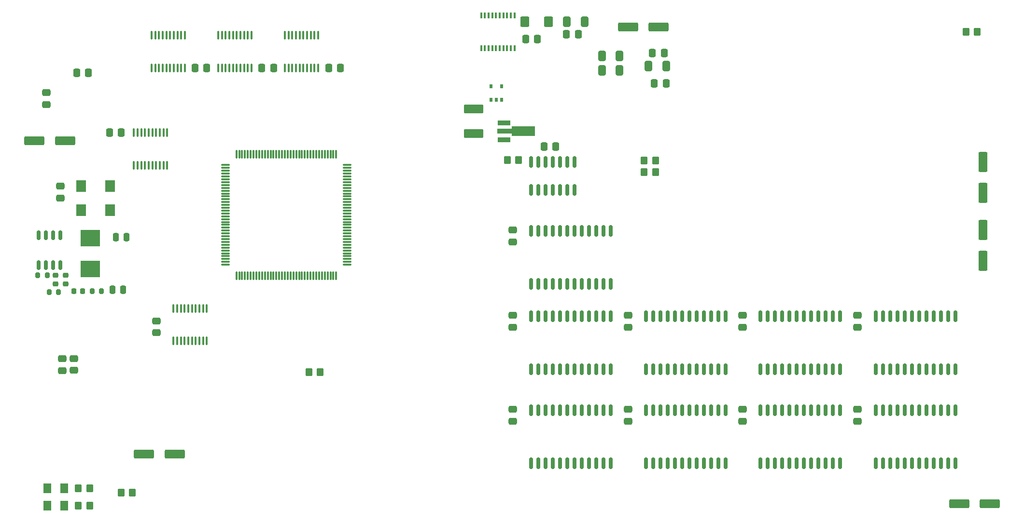
<source format=gbr>
%TF.GenerationSoftware,KiCad,Pcbnew,7.0.6-0*%
%TF.CreationDate,2024-10-04T12:35:45+02:00*%
%TF.ProjectId,Z3660_v022,5a333636-305f-4763-9032-322e6b696361,v0.22*%
%TF.SameCoordinates,Original*%
%TF.FileFunction,Paste,Top*%
%TF.FilePolarity,Positive*%
%FSLAX46Y46*%
G04 Gerber Fmt 4.6, Leading zero omitted, Abs format (unit mm)*
G04 Created by KiCad (PCBNEW 7.0.6-0) date 2024-10-04 12:35:45*
%MOMM*%
%LPD*%
G01*
G04 APERTURE LIST*
G04 Aperture macros list*
%AMRoundRect*
0 Rectangle with rounded corners*
0 $1 Rounding radius*
0 $2 $3 $4 $5 $6 $7 $8 $9 X,Y pos of 4 corners*
0 Add a 4 corners polygon primitive as box body*
4,1,4,$2,$3,$4,$5,$6,$7,$8,$9,$2,$3,0*
0 Add four circle primitives for the rounded corners*
1,1,$1+$1,$2,$3*
1,1,$1+$1,$4,$5*
1,1,$1+$1,$6,$7*
1,1,$1+$1,$8,$9*
0 Add four rect primitives between the rounded corners*
20,1,$1+$1,$2,$3,$4,$5,0*
20,1,$1+$1,$4,$5,$6,$7,0*
20,1,$1+$1,$6,$7,$8,$9,0*
20,1,$1+$1,$8,$9,$2,$3,0*%
%AMFreePoly0*
4,1,9,5.362500,-0.866500,1.237500,-0.866500,1.237500,-0.450000,-1.237500,-0.450000,-1.237500,0.450000,1.237500,0.450000,1.237500,0.866500,5.362500,0.866500,5.362500,-0.866500,5.362500,-0.866500,$1*%
G04 Aperture macros list end*
%ADD10RoundRect,0.150000X0.150000X-0.825000X0.150000X0.825000X-0.150000X0.825000X-0.150000X-0.825000X0*%
%ADD11RoundRect,0.075000X0.662500X0.075000X-0.662500X0.075000X-0.662500X-0.075000X0.662500X-0.075000X0*%
%ADD12RoundRect,0.075000X0.075000X0.662500X-0.075000X0.662500X-0.075000X-0.662500X0.075000X-0.662500X0*%
%ADD13RoundRect,0.250000X-1.500000X-0.550000X1.500000X-0.550000X1.500000X0.550000X-1.500000X0.550000X0*%
%ADD14RoundRect,0.250000X0.550000X-1.500000X0.550000X1.500000X-0.550000X1.500000X-0.550000X-1.500000X0*%
%ADD15RoundRect,0.250000X0.475000X-0.337500X0.475000X0.337500X-0.475000X0.337500X-0.475000X-0.337500X0*%
%ADD16RoundRect,0.250000X-0.475000X0.337500X-0.475000X-0.337500X0.475000X-0.337500X0.475000X0.337500X0*%
%ADD17RoundRect,0.250000X-1.450000X0.537500X-1.450000X-0.537500X1.450000X-0.537500X1.450000X0.537500X0*%
%ADD18R,2.300000X0.900000*%
%ADD19FreePoly0,0.000000*%
%ADD20RoundRect,0.250000X-0.337500X-0.475000X0.337500X-0.475000X0.337500X0.475000X-0.337500X0.475000X0*%
%ADD21RoundRect,0.250000X-0.350000X-0.450000X0.350000X-0.450000X0.350000X0.450000X-0.350000X0.450000X0*%
%ADD22RoundRect,0.150000X0.150000X-0.875000X0.150000X0.875000X-0.150000X0.875000X-0.150000X-0.875000X0*%
%ADD23R,1.800000X2.000000*%
%ADD24RoundRect,0.250000X0.337500X0.475000X-0.337500X0.475000X-0.337500X-0.475000X0.337500X-0.475000X0*%
%ADD25RoundRect,0.250000X-0.550000X1.500000X-0.550000X-1.500000X0.550000X-1.500000X0.550000X1.500000X0*%
%ADD26RoundRect,0.250000X0.412500X0.650000X-0.412500X0.650000X-0.412500X-0.650000X0.412500X-0.650000X0*%
%ADD27RoundRect,0.250000X-0.412500X-0.650000X0.412500X-0.650000X0.412500X0.650000X-0.412500X0.650000X0*%
%ADD28RoundRect,0.250001X0.462499X0.624999X-0.462499X0.624999X-0.462499X-0.624999X0.462499X-0.624999X0*%
%ADD29RoundRect,0.249998X-0.537502X-0.650002X0.537502X-0.650002X0.537502X0.650002X-0.537502X0.650002X0*%
%ADD30RoundRect,0.200000X-0.200000X-0.275000X0.200000X-0.275000X0.200000X0.275000X-0.200000X0.275000X0*%
%ADD31RoundRect,0.100000X0.100000X-0.637500X0.100000X0.637500X-0.100000X0.637500X-0.100000X-0.637500X0*%
%ADD32RoundRect,0.100000X-0.100000X0.637500X-0.100000X-0.637500X0.100000X-0.637500X0.100000X0.637500X0*%
%ADD33RoundRect,0.200000X0.200000X0.275000X-0.200000X0.275000X-0.200000X-0.275000X0.200000X-0.275000X0*%
%ADD34RoundRect,0.225000X0.250000X-0.225000X0.250000X0.225000X-0.250000X0.225000X-0.250000X-0.225000X0*%
%ADD35RoundRect,0.250000X0.350000X0.450000X-0.350000X0.450000X-0.350000X-0.450000X0.350000X-0.450000X0*%
%ADD36RoundRect,0.250000X0.250000X0.475000X-0.250000X0.475000X-0.250000X-0.475000X0.250000X-0.475000X0*%
%ADD37RoundRect,0.250000X-0.250000X-0.475000X0.250000X-0.475000X0.250000X0.475000X-0.250000X0.475000X0*%
%ADD38R,0.400000X1.000000*%
%ADD39R,0.510000X0.700000*%
%ADD40RoundRect,0.150000X-0.150000X0.662500X-0.150000X-0.662500X0.150000X-0.662500X0.150000X0.662500X0*%
%ADD41R,3.500000X2.950000*%
%ADD42RoundRect,0.225000X-0.225000X-0.250000X0.225000X-0.250000X0.225000X0.250000X-0.225000X0.250000X0*%
G04 APERTURE END LIST*
D10*
%TO.C,U5*%
X169774000Y-61927000D03*
X171044000Y-61927000D03*
X172314000Y-61927000D03*
X173584000Y-61927000D03*
X174854000Y-61927000D03*
X176124000Y-61927000D03*
X177394000Y-61927000D03*
X177394000Y-56977000D03*
X176124000Y-56977000D03*
X174854000Y-56977000D03*
X173584000Y-56977000D03*
X172314000Y-56977000D03*
X171044000Y-56977000D03*
X169774000Y-56977000D03*
%TD*%
D11*
%TO.C,U2*%
X137535500Y-75044000D03*
X137535500Y-74544000D03*
X137535500Y-74044000D03*
X137535500Y-73544000D03*
X137535500Y-73044000D03*
X137535500Y-72544000D03*
X137535500Y-72044000D03*
X137535500Y-71544000D03*
X137535500Y-71044000D03*
X137535500Y-70544000D03*
X137535500Y-70044000D03*
X137535500Y-69544000D03*
X137535500Y-69044000D03*
X137535500Y-68544000D03*
X137535500Y-68044000D03*
X137535500Y-67544000D03*
X137535500Y-67044000D03*
X137535500Y-66544000D03*
X137535500Y-66044000D03*
X137535500Y-65544000D03*
X137535500Y-65044000D03*
X137535500Y-64544000D03*
X137535500Y-64044000D03*
X137535500Y-63544000D03*
X137535500Y-63044000D03*
X137535500Y-62544000D03*
X137535500Y-62044000D03*
X137535500Y-61544000D03*
X137535500Y-61044000D03*
X137535500Y-60544000D03*
X137535500Y-60044000D03*
X137535500Y-59544000D03*
X137535500Y-59044000D03*
X137535500Y-58544000D03*
X137535500Y-58044000D03*
X137535500Y-57544000D03*
D12*
X135623000Y-55631500D03*
X135123000Y-55631500D03*
X134623000Y-55631500D03*
X134123000Y-55631500D03*
X133623000Y-55631500D03*
X133123000Y-55631500D03*
X132623000Y-55631500D03*
X132123000Y-55631500D03*
X131623000Y-55631500D03*
X131123000Y-55631500D03*
X130623000Y-55631500D03*
X130123000Y-55631500D03*
X129623000Y-55631500D03*
X129123000Y-55631500D03*
X128623000Y-55631500D03*
X128123000Y-55631500D03*
X127623000Y-55631500D03*
X127123000Y-55631500D03*
X126623000Y-55631500D03*
X126123000Y-55631500D03*
X125623000Y-55631500D03*
X125123000Y-55631500D03*
X124623000Y-55631500D03*
X124123000Y-55631500D03*
X123623000Y-55631500D03*
X123123000Y-55631500D03*
X122623000Y-55631500D03*
X122123000Y-55631500D03*
X121623000Y-55631500D03*
X121123000Y-55631500D03*
X120623000Y-55631500D03*
X120123000Y-55631500D03*
X119623000Y-55631500D03*
X119123000Y-55631500D03*
X118623000Y-55631500D03*
X118123000Y-55631500D03*
D11*
X116210500Y-57544000D03*
X116210500Y-58044000D03*
X116210500Y-58544000D03*
X116210500Y-59044000D03*
X116210500Y-59544000D03*
X116210500Y-60044000D03*
X116210500Y-60544000D03*
X116210500Y-61044000D03*
X116210500Y-61544000D03*
X116210500Y-62044000D03*
X116210500Y-62544000D03*
X116210500Y-63044000D03*
X116210500Y-63544000D03*
X116210500Y-64044000D03*
X116210500Y-64544000D03*
X116210500Y-65044000D03*
X116210500Y-65544000D03*
X116210500Y-66044000D03*
X116210500Y-66544000D03*
X116210500Y-67044000D03*
X116210500Y-67544000D03*
X116210500Y-68044000D03*
X116210500Y-68544000D03*
X116210500Y-69044000D03*
X116210500Y-69544000D03*
X116210500Y-70044000D03*
X116210500Y-70544000D03*
X116210500Y-71044000D03*
X116210500Y-71544000D03*
X116210500Y-72044000D03*
X116210500Y-72544000D03*
X116210500Y-73044000D03*
X116210500Y-73544000D03*
X116210500Y-74044000D03*
X116210500Y-74544000D03*
X116210500Y-75044000D03*
D12*
X118123000Y-76956500D03*
X118623000Y-76956500D03*
X119123000Y-76956500D03*
X119623000Y-76956500D03*
X120123000Y-76956500D03*
X120623000Y-76956500D03*
X121123000Y-76956500D03*
X121623000Y-76956500D03*
X122123000Y-76956500D03*
X122623000Y-76956500D03*
X123123000Y-76956500D03*
X123623000Y-76956500D03*
X124123000Y-76956500D03*
X124623000Y-76956500D03*
X125123000Y-76956500D03*
X125623000Y-76956500D03*
X126123000Y-76956500D03*
X126623000Y-76956500D03*
X127123000Y-76956500D03*
X127623000Y-76956500D03*
X128123000Y-76956500D03*
X128623000Y-76956500D03*
X129123000Y-76956500D03*
X129623000Y-76956500D03*
X130123000Y-76956500D03*
X130623000Y-76956500D03*
X131123000Y-76956500D03*
X131623000Y-76956500D03*
X132123000Y-76956500D03*
X132623000Y-76956500D03*
X133123000Y-76956500D03*
X133623000Y-76956500D03*
X134123000Y-76956500D03*
X134623000Y-76956500D03*
X135123000Y-76956500D03*
X135623000Y-76956500D03*
%TD*%
D13*
%TO.C,C26*%
X101927700Y-108305600D03*
X107327700Y-108305600D03*
%TD*%
%TO.C,C27*%
X82694800Y-53238398D03*
X88094800Y-53238398D03*
%TD*%
%TO.C,C62*%
X186784000Y-33300000D03*
X192184000Y-33300000D03*
%TD*%
%TO.C,C28*%
X244873800Y-117017800D03*
X250273800Y-117017800D03*
%TD*%
D14*
%TO.C,C61*%
X249047000Y-74328000D03*
X249047000Y-68928000D03*
%TD*%
D15*
%TO.C,C25*%
X87274400Y-63318300D03*
X87274400Y-61243300D03*
%TD*%
D16*
%TO.C,C37*%
X206883000Y-100435500D03*
X206883000Y-102510500D03*
%TD*%
D17*
%TO.C,C400A1*%
X159766000Y-47697300D03*
X159766000Y-51972300D03*
%TD*%
D18*
%TO.C,U1A1*%
X165083600Y-50112800D03*
D19*
X165171100Y-51612800D03*
D18*
X165083600Y-53112800D03*
%TD*%
D20*
%TO.C,C24*%
X172063500Y-54245000D03*
X174138500Y-54245000D03*
%TD*%
D16*
%TO.C,C29*%
X166624000Y-68939500D03*
X166624000Y-71014500D03*
%TD*%
%TO.C,C30*%
X166624000Y-83925500D03*
X166624000Y-86000500D03*
%TD*%
%TO.C,C31*%
X206883000Y-83925500D03*
X206883000Y-86000500D03*
%TD*%
%TO.C,C32*%
X166624000Y-100435500D03*
X166624000Y-102510500D03*
%TD*%
%TO.C,C34*%
X227076000Y-83925500D03*
X227076000Y-86000500D03*
%TD*%
%TO.C,C35*%
X186817000Y-83925500D03*
X186817000Y-86000500D03*
%TD*%
%TO.C,C36*%
X186817000Y-100435500D03*
X186817000Y-102510500D03*
%TD*%
D21*
%TO.C,R9*%
X191627000Y-58801000D03*
X189627000Y-58801000D03*
%TD*%
%TO.C,R10*%
X191611000Y-56769000D03*
X189611000Y-56769000D03*
%TD*%
D22*
%TO.C,U12*%
X189992000Y-93423000D03*
X191262000Y-93423000D03*
X192532000Y-93423000D03*
X193802000Y-93423000D03*
X195072000Y-93423000D03*
X196342000Y-93423000D03*
X197612000Y-93423000D03*
X198882000Y-93423000D03*
X200152000Y-93423000D03*
X201422000Y-93423000D03*
X202692000Y-93423000D03*
X203962000Y-93423000D03*
X203962000Y-84123000D03*
X202692000Y-84123000D03*
X201422000Y-84123000D03*
X200152000Y-84123000D03*
X198882000Y-84123000D03*
X197612000Y-84123000D03*
X196342000Y-84123000D03*
X195072000Y-84123000D03*
X193802000Y-84123000D03*
X192532000Y-84123000D03*
X191262000Y-84123000D03*
X189992000Y-84123000D03*
%TD*%
%TO.C,U7*%
X169799000Y-93423000D03*
X171069000Y-93423000D03*
X172339000Y-93423000D03*
X173609000Y-93423000D03*
X174879000Y-93423000D03*
X176149000Y-93423000D03*
X177419000Y-93423000D03*
X178689000Y-93423000D03*
X179959000Y-93423000D03*
X181229000Y-93423000D03*
X182499000Y-93423000D03*
X183769000Y-93423000D03*
X183769000Y-84123000D03*
X182499000Y-84123000D03*
X181229000Y-84123000D03*
X179959000Y-84123000D03*
X178689000Y-84123000D03*
X177419000Y-84123000D03*
X176149000Y-84123000D03*
X174879000Y-84123000D03*
X173609000Y-84123000D03*
X172339000Y-84123000D03*
X171069000Y-84123000D03*
X169799000Y-84123000D03*
%TD*%
%TO.C,U8*%
X210058000Y-93423000D03*
X211328000Y-93423000D03*
X212598000Y-93423000D03*
X213868000Y-93423000D03*
X215138000Y-93423000D03*
X216408000Y-93423000D03*
X217678000Y-93423000D03*
X218948000Y-93423000D03*
X220218000Y-93423000D03*
X221488000Y-93423000D03*
X222758000Y-93423000D03*
X224028000Y-93423000D03*
X224028000Y-84123000D03*
X222758000Y-84123000D03*
X221488000Y-84123000D03*
X220218000Y-84123000D03*
X218948000Y-84123000D03*
X217678000Y-84123000D03*
X216408000Y-84123000D03*
X215138000Y-84123000D03*
X213868000Y-84123000D03*
X212598000Y-84123000D03*
X211328000Y-84123000D03*
X210058000Y-84123000D03*
%TD*%
%TO.C,U11*%
X230251000Y-93423000D03*
X231521000Y-93423000D03*
X232791000Y-93423000D03*
X234061000Y-93423000D03*
X235331000Y-93423000D03*
X236601000Y-93423000D03*
X237871000Y-93423000D03*
X239141000Y-93423000D03*
X240411000Y-93423000D03*
X241681000Y-93423000D03*
X242951000Y-93423000D03*
X244221000Y-93423000D03*
X244221000Y-84123000D03*
X242951000Y-84123000D03*
X241681000Y-84123000D03*
X240411000Y-84123000D03*
X239141000Y-84123000D03*
X237871000Y-84123000D03*
X236601000Y-84123000D03*
X235331000Y-84123000D03*
X234061000Y-84123000D03*
X232791000Y-84123000D03*
X231521000Y-84123000D03*
X230251000Y-84123000D03*
%TD*%
D16*
%TO.C,C33*%
X227076000Y-100435500D03*
X227076000Y-102510500D03*
%TD*%
D23*
%TO.C,X1*%
X96012000Y-61247600D03*
X90932000Y-61247600D03*
X90932000Y-65447600D03*
X96012000Y-65447600D03*
%TD*%
D24*
%TO.C,C38*%
X178075500Y-34594800D03*
X176000500Y-34594800D03*
%TD*%
D25*
%TO.C,C41*%
X249047000Y-56990000D03*
X249047000Y-62390000D03*
%TD*%
D26*
%TO.C,C39*%
X179197000Y-32359600D03*
X176072000Y-32359600D03*
%TD*%
D27*
%TO.C,C40*%
X190359500Y-40132000D03*
X193484500Y-40132000D03*
%TD*%
D26*
%TO.C,C42*%
X185331500Y-38354000D03*
X182206500Y-38354000D03*
%TD*%
%TO.C,C43*%
X185331500Y-40894000D03*
X182206500Y-40894000D03*
%TD*%
D20*
%TO.C,C50*%
X191409500Y-43180000D03*
X193484500Y-43180000D03*
%TD*%
%TO.C,C51*%
X191062500Y-37900000D03*
X193137500Y-37900000D03*
%TD*%
D16*
%TO.C,C53*%
X84836000Y-44809500D03*
X84836000Y-46884500D03*
%TD*%
D15*
%TO.C,C55*%
X87613000Y-93620500D03*
X87613000Y-91545500D03*
%TD*%
%TO.C,C54*%
X89645000Y-93599000D03*
X89645000Y-91524000D03*
%TD*%
D22*
%TO.C,U6*%
X169799000Y-78437000D03*
X171069000Y-78437000D03*
X172339000Y-78437000D03*
X173609000Y-78437000D03*
X174879000Y-78437000D03*
X176149000Y-78437000D03*
X177419000Y-78437000D03*
X178689000Y-78437000D03*
X179959000Y-78437000D03*
X181229000Y-78437000D03*
X182499000Y-78437000D03*
X183769000Y-78437000D03*
X183769000Y-69137000D03*
X182499000Y-69137000D03*
X181229000Y-69137000D03*
X179959000Y-69137000D03*
X178689000Y-69137000D03*
X177419000Y-69137000D03*
X176149000Y-69137000D03*
X174879000Y-69137000D03*
X173609000Y-69137000D03*
X172339000Y-69137000D03*
X171069000Y-69137000D03*
X169799000Y-69137000D03*
%TD*%
%TO.C,U10*%
X230251000Y-109933000D03*
X231521000Y-109933000D03*
X232791000Y-109933000D03*
X234061000Y-109933000D03*
X235331000Y-109933000D03*
X236601000Y-109933000D03*
X237871000Y-109933000D03*
X239141000Y-109933000D03*
X240411000Y-109933000D03*
X241681000Y-109933000D03*
X242951000Y-109933000D03*
X244221000Y-109933000D03*
X244221000Y-100633000D03*
X242951000Y-100633000D03*
X241681000Y-100633000D03*
X240411000Y-100633000D03*
X239141000Y-100633000D03*
X237871000Y-100633000D03*
X236601000Y-100633000D03*
X235331000Y-100633000D03*
X234061000Y-100633000D03*
X232791000Y-100633000D03*
X231521000Y-100633000D03*
X230251000Y-100633000D03*
%TD*%
%TO.C,U14*%
X210058000Y-109933000D03*
X211328000Y-109933000D03*
X212598000Y-109933000D03*
X213868000Y-109933000D03*
X215138000Y-109933000D03*
X216408000Y-109933000D03*
X217678000Y-109933000D03*
X218948000Y-109933000D03*
X220218000Y-109933000D03*
X221488000Y-109933000D03*
X222758000Y-109933000D03*
X224028000Y-109933000D03*
X224028000Y-100633000D03*
X222758000Y-100633000D03*
X221488000Y-100633000D03*
X220218000Y-100633000D03*
X218948000Y-100633000D03*
X217678000Y-100633000D03*
X216408000Y-100633000D03*
X215138000Y-100633000D03*
X213868000Y-100633000D03*
X212598000Y-100633000D03*
X211328000Y-100633000D03*
X210058000Y-100633000D03*
%TD*%
%TO.C,U13*%
X189992000Y-109933000D03*
X191262000Y-109933000D03*
X192532000Y-109933000D03*
X193802000Y-109933000D03*
X195072000Y-109933000D03*
X196342000Y-109933000D03*
X197612000Y-109933000D03*
X198882000Y-109933000D03*
X200152000Y-109933000D03*
X201422000Y-109933000D03*
X202692000Y-109933000D03*
X203962000Y-109933000D03*
X203962000Y-100633000D03*
X202692000Y-100633000D03*
X201422000Y-100633000D03*
X200152000Y-100633000D03*
X198882000Y-100633000D03*
X197612000Y-100633000D03*
X196342000Y-100633000D03*
X195072000Y-100633000D03*
X193802000Y-100633000D03*
X192532000Y-100633000D03*
X191262000Y-100633000D03*
X189992000Y-100633000D03*
%TD*%
%TO.C,U9*%
X169799000Y-109933000D03*
X171069000Y-109933000D03*
X172339000Y-109933000D03*
X173609000Y-109933000D03*
X174879000Y-109933000D03*
X176149000Y-109933000D03*
X177419000Y-109933000D03*
X178689000Y-109933000D03*
X179959000Y-109933000D03*
X181229000Y-109933000D03*
X182499000Y-109933000D03*
X183769000Y-109933000D03*
X183769000Y-100633000D03*
X182499000Y-100633000D03*
X181229000Y-100633000D03*
X179959000Y-100633000D03*
X178689000Y-100633000D03*
X177419000Y-100633000D03*
X176149000Y-100633000D03*
X174879000Y-100633000D03*
X173609000Y-100633000D03*
X172339000Y-100633000D03*
X171069000Y-100633000D03*
X169799000Y-100633000D03*
%TD*%
D28*
%TO.C,D1*%
X87926500Y-114300000D03*
X84951500Y-114300000D03*
%TD*%
D21*
%TO.C,R15*%
X92424000Y-114300000D03*
X90424000Y-114300000D03*
%TD*%
D28*
%TO.C,D2*%
X87953487Y-117348000D03*
X84978487Y-117348000D03*
%TD*%
D21*
%TO.C,R16*%
X92424000Y-117348000D03*
X90424000Y-117348000D03*
%TD*%
D29*
%TO.C,FB1*%
X168662500Y-32350000D03*
X172837500Y-32350000D03*
%TD*%
D20*
%TO.C,C56*%
X90119200Y-41300400D03*
X92194200Y-41300400D03*
%TD*%
D16*
%TO.C,C1*%
X104057200Y-84916100D03*
X104057200Y-86991100D03*
%TD*%
D30*
%TO.C,R34*%
X83305000Y-76895000D03*
X84955000Y-76895000D03*
%TD*%
D20*
%TO.C,C58*%
X110849500Y-40452800D03*
X112924500Y-40452800D03*
%TD*%
D31*
%TO.C,U3*%
X107075800Y-88441700D03*
X107725800Y-88441700D03*
X108375800Y-88441700D03*
X109025800Y-88441700D03*
X109675800Y-88441700D03*
X110325800Y-88441700D03*
X110975800Y-88441700D03*
X111625800Y-88441700D03*
X112275800Y-88441700D03*
X112925800Y-88441700D03*
X112925800Y-82716700D03*
X112275800Y-82716700D03*
X111625800Y-82716700D03*
X110975800Y-82716700D03*
X110325800Y-82716700D03*
X109675800Y-82716700D03*
X109025800Y-82716700D03*
X108375800Y-82716700D03*
X107725800Y-82716700D03*
X107075800Y-82716700D03*
%TD*%
D32*
%TO.C,U16*%
X109097000Y-34729500D03*
X108447000Y-34729500D03*
X107797000Y-34729500D03*
X107147000Y-34729500D03*
X106497000Y-34729500D03*
X105847000Y-34729500D03*
X105197000Y-34729500D03*
X104547000Y-34729500D03*
X103897000Y-34729500D03*
X103247000Y-34729500D03*
X103247000Y-40454500D03*
X103897000Y-40454500D03*
X104547000Y-40454500D03*
X105197000Y-40454500D03*
X105847000Y-40454500D03*
X106497000Y-40454500D03*
X107147000Y-40454500D03*
X107797000Y-40454500D03*
X108447000Y-40454500D03*
X109097000Y-40454500D03*
%TD*%
D33*
%TO.C,R33*%
X86915000Y-79865000D03*
X85265000Y-79865000D03*
%TD*%
D34*
%TO.C,C66*%
X86380000Y-78420000D03*
X86380000Y-76870000D03*
%TD*%
D35*
%TO.C,R28*%
X97907600Y-115112800D03*
X99907600Y-115112800D03*
%TD*%
D34*
%TO.C,C67*%
X88190000Y-78420000D03*
X88190000Y-76870000D03*
%TD*%
D35*
%TO.C,R18*%
X130826000Y-93929200D03*
X132826000Y-93929200D03*
%TD*%
D20*
%TO.C,C60*%
X134293700Y-40503600D03*
X136368700Y-40503600D03*
%TD*%
D24*
%TO.C,C57*%
X97929100Y-51834800D03*
X95854100Y-51834800D03*
%TD*%
D36*
%TO.C,C68*%
X98850000Y-70200000D03*
X96950000Y-70200000D03*
%TD*%
D35*
%TO.C,R21*%
X246065800Y-34101600D03*
X248065800Y-34101600D03*
%TD*%
D37*
%TO.C,C69*%
X96380000Y-79455000D03*
X98280000Y-79455000D03*
%TD*%
D38*
%TO.C,U19*%
X161050000Y-37050000D03*
X161700000Y-37050000D03*
X162350000Y-37050000D03*
X163000000Y-37050000D03*
X163650000Y-37050000D03*
X164300000Y-37050000D03*
X164950000Y-37050000D03*
X165600000Y-37050000D03*
X166250000Y-37050000D03*
X166900000Y-37050000D03*
X166900000Y-31250000D03*
X166250000Y-31250000D03*
X165600000Y-31250000D03*
X164950000Y-31250000D03*
X164300000Y-31250000D03*
X163650000Y-31250000D03*
X163000000Y-31250000D03*
X162350000Y-31250000D03*
X161700000Y-31250000D03*
X161050000Y-31250000D03*
%TD*%
D35*
%TO.C,R20*%
X165640000Y-56692800D03*
X167640000Y-56692800D03*
%TD*%
D39*
%TO.C,U1B1*%
X162734000Y-46060800D03*
X163684000Y-46060800D03*
X164634000Y-46060800D03*
X164634000Y-43740800D03*
X162734000Y-43740800D03*
%TD*%
D30*
%TO.C,R31*%
X92825000Y-79685000D03*
X94475000Y-79685000D03*
%TD*%
D24*
%TO.C,C64*%
X170937500Y-35400000D03*
X168862500Y-35400000D03*
%TD*%
D31*
%TO.C,U15*%
X100144000Y-57567500D03*
X100794000Y-57567500D03*
X101444000Y-57567500D03*
X102094000Y-57567500D03*
X102744000Y-57567500D03*
X103394000Y-57567500D03*
X104044000Y-57567500D03*
X104694000Y-57567500D03*
X105344000Y-57567500D03*
X105994000Y-57567500D03*
X105994000Y-51842500D03*
X105344000Y-51842500D03*
X104694000Y-51842500D03*
X104044000Y-51842500D03*
X103394000Y-51842500D03*
X102744000Y-51842500D03*
X102094000Y-51842500D03*
X101444000Y-51842500D03*
X100794000Y-51842500D03*
X100144000Y-51842500D03*
%TD*%
D40*
%TO.C,U20*%
X87275000Y-69827500D03*
X86005000Y-69827500D03*
X84735000Y-69827500D03*
X83465000Y-69827500D03*
X83465000Y-75102500D03*
X84735000Y-75102500D03*
X86005000Y-75102500D03*
X87275000Y-75102500D03*
%TD*%
D41*
%TO.C,L1*%
X92500000Y-75800000D03*
X92500000Y-70350000D03*
%TD*%
D32*
%TO.C,U18*%
X132465000Y-34745500D03*
X131815000Y-34745500D03*
X131165000Y-34745500D03*
X130515000Y-34745500D03*
X129865000Y-34745500D03*
X129215000Y-34745500D03*
X128565000Y-34745500D03*
X127915000Y-34745500D03*
X127265000Y-34745500D03*
X126615000Y-34745500D03*
X126615000Y-40470500D03*
X127265000Y-40470500D03*
X127915000Y-40470500D03*
X128565000Y-40470500D03*
X129215000Y-40470500D03*
X129865000Y-40470500D03*
X130515000Y-40470500D03*
X131165000Y-40470500D03*
X131815000Y-40470500D03*
X132465000Y-40470500D03*
%TD*%
%TO.C,U17*%
X120781000Y-34745500D03*
X120131000Y-34745500D03*
X119481000Y-34745500D03*
X118831000Y-34745500D03*
X118181000Y-34745500D03*
X117531000Y-34745500D03*
X116881000Y-34745500D03*
X116231000Y-34745500D03*
X115581000Y-34745500D03*
X114931000Y-34745500D03*
X114931000Y-40470500D03*
X115581000Y-40470500D03*
X116231000Y-40470500D03*
X116881000Y-40470500D03*
X117531000Y-40470500D03*
X118181000Y-40470500D03*
X118831000Y-40470500D03*
X119481000Y-40470500D03*
X120131000Y-40470500D03*
X120781000Y-40470500D03*
%TD*%
D42*
%TO.C,C65*%
X89635000Y-79685000D03*
X91185000Y-79685000D03*
%TD*%
D20*
%TO.C,C59*%
X122558900Y-40503600D03*
X124633900Y-40503600D03*
%TD*%
M02*

</source>
